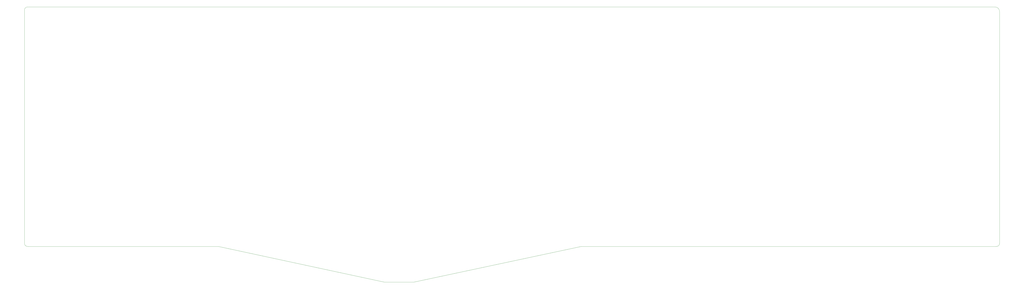
<source format=gm1>
G04 #@! TF.GenerationSoftware,KiCad,Pcbnew,(6.0.1-0)*
G04 #@! TF.CreationDate,2022-06-20T19:50:10-07:00*
G04 #@! TF.ProjectId,bottom,626f7474-6f6d-42e6-9b69-6361645f7063,rev?*
G04 #@! TF.SameCoordinates,Original*
G04 #@! TF.FileFunction,Profile,NP*
%FSLAX46Y46*%
G04 Gerber Fmt 4.6, Leading zero omitted, Abs format (unit mm)*
G04 Created by KiCad (PCBNEW (6.0.1-0)) date 2022-06-20 19:50:10*
%MOMM*%
%LPD*%
G01*
G04 APERTURE LIST*
G04 #@! TA.AperFunction,Profile*
%ADD10C,0.100000*%
G04 #@! TD*
G04 APERTURE END LIST*
D10*
X500356250Y-227012500D02*
X500356250Y-346075000D01*
X184943750Y-365918750D02*
X200025000Y-365918750D01*
X285750000Y-347662500D02*
X200025000Y-365918750D01*
X2087500Y-224631250D02*
X497975000Y-224631250D01*
X498768750Y-347662500D02*
G75*
G03*
X500356250Y-346075000I0J1587500D01*
G01*
X500356250Y-227012500D02*
G75*
G03*
X497975000Y-224631250I-2381250J0D01*
G01*
X498768750Y-347662500D02*
X285750000Y-347662500D01*
X500000Y-346075000D02*
X500000Y-226218750D01*
X2087500Y-347662500D02*
X100012500Y-347662500D01*
X2087500Y-224631250D02*
G75*
G03*
X500000Y-226218750I0J-1587500D01*
G01*
X500000Y-346075000D02*
G75*
G03*
X2087500Y-347662500I1587500J0D01*
G01*
X100012500Y-347662500D02*
X184943750Y-365918750D01*
M02*

</source>
